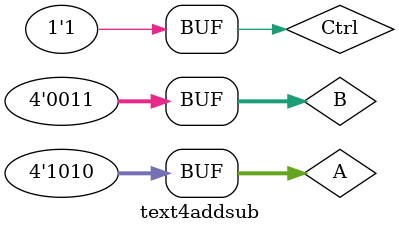
<source format=v>
`timescale 1ns / 1ps


module text4addsub;

	// Inputs
	reg Ctrl;
	reg [3:0] B;
	reg [3:0] A;

	// Outputs
	wire [3:0] S;
	wire Co;

	// Instantiate the Unit Under Test (UUT)
	AddSub4b uut (
		.Ctrl(Ctrl), 
		.B(B), 
		.A(A), 
		.S(S), 
		.Co(Co)
	);

	initial begin
		// Initialize Inputs
		Ctrl = 0;
		A = 4'b1010;
		B = 4'b0011;
		#100;
		Ctrl =1;
		#100;
        
		// Add stimulus here

	end
      
endmodule


</source>
